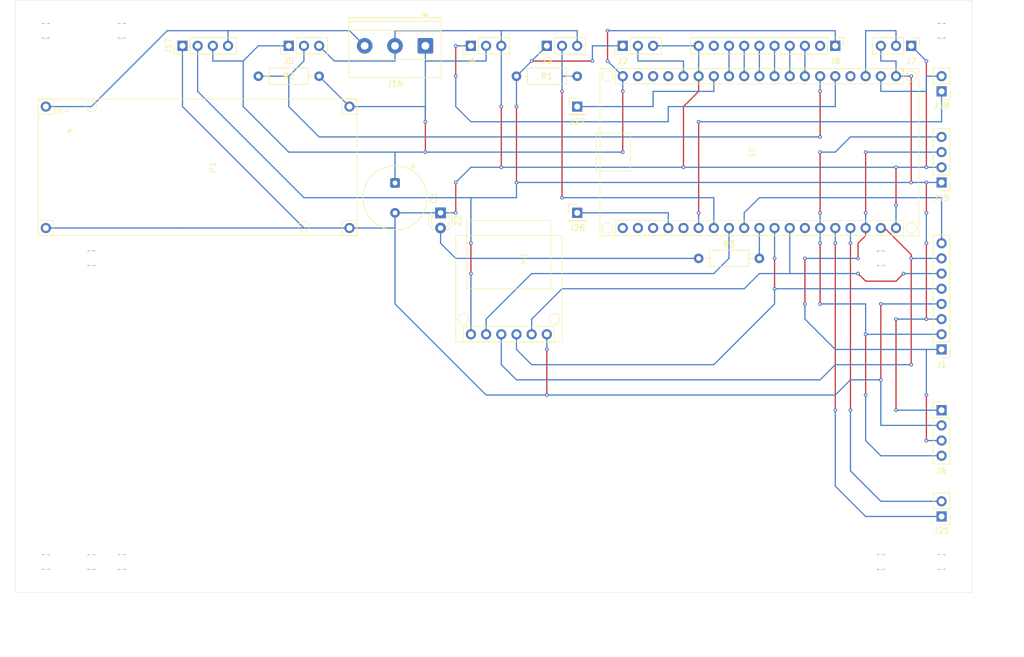
<source format=kicad_pcb>
(kicad_pcb (version 20241229) (generator "pcbnew") (generator_version "9.0")
  (title_block (title "Biodom Mini – Ein Hightech-Gewächshaus") (date "2025-10-17") (rev "1.0.0") (company "Frank Rohlfing"))
  (layers (0 "F.Cu" signal) (2 "B.Cu" signal) (13 "F.Paste" user) (15 "B.Paste" user) (5 "F.SilkS" user "F.Silkscreen") (7 "B.SilkS" user "B.Silkscreen") (1 "F.Mask" user) (3 "B.Mask" user) (25 "Edge.Cuts" user))
  (net 0 "")
  (net 1 "/G0")
  (net 2 "/G1")
  (net 4 "+5V")
  (net 7 "/EN")
  (net 13 "+12V")
  (net 14 "GND")
  (net 15 "/G36")
  (net 17 "/G3")
  (net 18 "/G17")
  (net 19 "/G23")
  (net 20 "/G22")
  (net 21 "/G18")
  (net 22 "/G21")
  (net 23 "/G19")
  (net 24 "/G25")
  (net 25 "/G14")
  (net 26 "/G32")
  (net 27 "/G27")
  (net 28 "/G33")
  (net 29 "/G26")
  (net 30 "/G4")
  (net 31 "/G34")
  (net 32 "/G35")
  (net 33 "/G16")
  (net 34 "/G13")
  (net 35 "/G5")
  (net 36 "/LED+")
  (net 39 "/G15")
  (net 40 "/G12")
  (net 41 "+3V3")
  (footprint "Resistor_THT:R_Axial_DIN0207_L6.3mm_D2.5mm_P10.16mm_Horizontal" (layer "F.Cu") (at 124.46 60.96 180)
    (property "Reference" "R2" (at 5.08 0 180) (layer "F.SilkS"))
    (property "Value" "10kΩ")
    (pad "1" thru_hole circle (at 0 0 180) (size 1.6 1.6) (drill 0.8) (layers "*.Cu" "*.Mask") (net 4 "+5V"))
    (pad "2" thru_hole circle (at 10.16 0 180) (size 1.6 1.6) (drill 0.8) (layers "*.Cu" "*.Mask") (net 32 "/G35"))
  )
  (footprint "" (layer "F.Cu") (at 218.44 142.24 90)
    (property "Reference" "" (at 0 0 90) (layer "F.SilkS") (effects (font (size 1.27 1.27))))
    (property "Value" "")
    (pad "" np_thru_hole roundrect (at 0 0 90) (size 2.54 1.27) (drill 3.2) (layers "*.Cu" "*.Mask") (roundrect_rratio 0.15))
  )
  (footprint "Connector_PinHeader_2.54mm:PinHeader_1x03_P2.54mm_Vertical" (layer "F.Cu") (at 149.86 55.88 90)
    (property "Reference" "J4" (at -2.54 0 0) (layer "F.SilkS"))
    (property "Value" "Bodenfeuchte")
    (pad "1" thru_hole rect (at 0 0 90) (size 1.7 1.7) (drill 1) (layers "*.Cu" "*.Mask") (net 31 "/G34"))
    (pad "2" thru_hole circle (at 0 2.54 90) (size 1.7 1.7) (drill 1) (layers "*.Cu" "*.Mask") (net 4 "+5V"))
    (pad "3" thru_hole circle (at 0 5.08 90) (size 1.7 1.7) (drill 1) (layers "*.Cu" "*.Mask") (net 14 "GND"))
  )
  (footprint "Connector_PinHeader_2.54mm:PinHeader_1x04_P2.54mm_Vertical" (layer "F.Cu") (at 101.6 55.88 90)
    (property "Reference" "J17" (at 0 -2.38 90) (layer "F.SilkS"))
    (property "Value" "PWR")
    (pad "1" thru_hole rect (at 0 0 90) (size 1.7 1.7) (drill 1) (layers "*.Cu" "*.Mask") (net 14 "GND"))
    (pad "2" thru_hole circle (at 0 2.54 90) (size 1.7 1.7) (drill 1) (layers "*.Cu" "*.Mask") (net 41 "+3V3"))
    (pad "3" thru_hole circle (at 0 5.08 90) (size 1.7 1.7) (drill 1) (layers "*.Cu" "*.Mask") (net 4 "+5V"))
    (pad "4" thru_hole circle (at 0 7.62 90) (size 1.7 1.7) (drill 1) (layers "*.Cu" "*.Mask") (net 13 "+12V"))
  )
  (footprint "Connector_PinHeader_2.54mm:PinHeader_1x02_P2.54mm_Vertical" (layer "F.Cu") (at 228.6 134.62 180)
    (property "Reference" "J21" (at 0 -2.38 0) (layer "F.SilkS"))
    (property "Value" "UART")
    (pad "1" thru_hole rect (at 0 0 180) (size 1.7 1.7) (drill 1) (layers "*.Cu" "*.Mask") (net 17 "/G3"))
    (pad "2" thru_hole circle (at 0 2.54 180) (size 1.7 1.7) (drill 1) (layers "*.Cu" "*.Mask") (net 2 "/G1"))
  )
  (footprint "Connector_PinHeader_2.54mm:PinHeader_1x02_P2.54mm_Vertical" (layer "F.Cu") (at 228.6 63.5 180)
    (property "Reference" "J18" (at 0 -2.38 0) (layer "F.SilkS"))
    (property "Value" "RST")
    (pad "1" thru_hole rect (at 0 0 180) (size 1.7 1.7) (drill 1) (layers "*.Cu" "*.Mask") (net 1 "/G0"))
    (pad "2" thru_hole circle (at 0 2.54 180) (size 1.7 1.7) (drill 1) (layers "*.Cu" "*.Mask") (net 7 "/EN"))
  )
  (footprint "Frank:ESP32_DevKitC_V2_Socket" (layer "F.Cu") (at 198.12 73.66 -90)
    (property "Reference" "U1" (at 0 1.27 270) (layer "F.SilkS") (effects (font (thickness 0.1))))
    (property "Value" "ESP32")
    (pad "1" thru_hole circle (at -12.7 -22.86 270) (size 1.7 1.7) (drill 1) (layers "*.Cu" "*.Mask") (net 41 "+3V3"))
    (pad "2" thru_hole circle (at -12.7 -20.32 270) (size 1.7 1.7) (drill 1) (layers "*.Cu" "*.Mask") (net 7 "/EN"))
    (pad "3" thru_hole circle (at -12.7 -17.78 270) (size 1.7 1.7) (drill 1) (layers "*.Cu" "*.Mask") (net 15 "/G36"))
    (pad "4" thru_hole circle (at -12.7 -15.24 270) (size 1.7 1.7) (drill 1) (layers "*.Cu" "*.Mask"))
    (pad "5" thru_hole circle (at -12.7 -12.7 270) (size 1.7 1.7) (drill 1) (layers "*.Cu" "*.Mask") (net 31 "/G34"))
    (pad "6" thru_hole circle (at -12.7 -10.16 270) (size 1.7 1.7) (drill 1) (layers "*.Cu" "*.Mask") (net 32 "/G35"))
    (pad "7" thru_hole circle (at -12.7 -7.62 270) (size 1.7 1.7) (drill 1) (layers "*.Cu" "*.Mask") (net 26 "/G32"))
    (pad "8" thru_hole circle (at -12.7 -5.08 270) (size 1.7 1.7) (drill 1) (layers "*.Cu" "*.Mask") (net 28 "/G33"))
    (pad "9" thru_hole circle (at -12.7 -2.54 270) (size 1.7 1.7) (drill 1) (layers "*.Cu" "*.Mask") (net 24 "/G25"))
    (pad "10" thru_hole circle (at -12.7 0 270) (size 1.7 1.7) (drill 1) (layers "*.Cu" "*.Mask") (net 29 "/G26"))
    (pad "11" thru_hole circle (at -12.7 2.54 270) (size 1.7 1.7) (drill 1) (layers "*.Cu" "*.Mask") (net 27 "/G27"))
    (pad "12" thru_hole circle (at -12.7 5.08 270) (size 1.7 1.7) (drill 1) (layers "*.Cu" "*.Mask") (net 25 "/G14"))
    (pad "13" thru_hole circle (at -12.7 7.62 270) (size 1.7 1.7) (drill 1) (layers "*.Cu" "*.Mask") (net 40 "/G12"))
    (pad "14" thru_hole circle (at -12.7 10.16 270) (size 1.7 1.7) (drill 1) (layers "*.Cu" "*.Mask") (net 14 "GND"))
    (pad "15" thru_hole circle (at -12.7 12.7 270) (size 1.7 1.7) (drill 1) (layers "*.Cu" "*.Mask") (net 34 "/G13"))
    (pad "16" thru_hole circle (at -12.7 15.24 270) (size 1.7 1.7) (drill 1) (layers "*.Cu" "*.Mask"))
    (pad "17" thru_hole circle (at -12.7 17.78 270) (size 1.7 1.7) (drill 1) (layers "*.Cu" "*.Mask"))
    (pad "18" thru_hole circle (at -12.7 20.32 270) (size 1.7 1.7) (drill 1) (layers "*.Cu" "*.Mask"))
    (pad "19" thru_hole circle (at -12.7 22.86 270) (size 1.7 1.7) (drill 1) (layers "*.Cu" "*.Mask") (net 4 "+5V"))
    (pad "20" thru_hole circle (at 12.7 22.86 270) (size 1.7 1.7) (drill 1) (layers "*.Cu" "*.Mask"))
    (pad "21" thru_hole circle (at 12.7 20.32 270) (size 1.7 1.7) (drill 1) (layers "*.Cu" "*.Mask"))
    (pad "22" thru_hole circle (at 12.7 17.78 270) (size 1.7 1.7) (drill 1) (layers "*.Cu" "*.Mask"))
    (pad "23" thru_hole circle (at 12.7 15.24 270) (size 1.7 1.7) (drill 1) (layers "*.Cu" "*.Mask") (net 39 "/G15"))
    (pad "24" thru_hole circle (at 12.7 12.7 270) (size 1.7 1.7) (drill 1) (layers "*.Cu" "*.Mask"))
    (pad "25" thru_hole circle (at 12.7 10.16 270) (size 1.7 1.7) (drill 1) (layers "*.Cu" "*.Mask") (net 1 "/G0"))
    (pad "26" thru_hole circle (at 12.7 7.62 270) (size 1.7 1.7) (drill 1) (layers "*.Cu" "*.Mask") (net 30 "/G4"))
    (pad "27" thru_hole circle (at 12.7 5.08 270) (size 1.7 1.7) (drill 1) (layers "*.Cu" "*.Mask") (net 33 "/G16"))
    (pad "28" thru_hole circle (at 12.7 2.54 270) (size 1.7 1.7) (drill 1) (layers "*.Cu" "*.Mask") (net 18 "/G17"))
    (pad "29" thru_hole circle (at 12.7 0 270) (size 1.7 1.7) (drill 1) (layers "*.Cu" "*.Mask") (net 35 "/G5"))
    (pad "30" thru_hole circle (at 12.7 -2.54 270) (size 1.7 1.7) (drill 1) (layers "*.Cu" "*.Mask") (net 21 "/G18"))
    (pad "31" thru_hole circle (at 12.7 -5.08 270) (size 1.7 1.7) (drill 1) (layers "*.Cu" "*.Mask") (net 23 "/G19"))
    (pad "32" thru_hole circle (at 12.7 -7.62 270) (size 1.7 1.7) (drill 1) (layers "*.Cu" "*.Mask"))
    (pad "33" thru_hole circle (at 12.7 -10.16 270) (size 1.7 1.7) (drill 1) (layers "*.Cu" "*.Mask") (net 22 "/G21"))
    (pad "34" thru_hole circle (at 12.7 -12.7 270) (size 1.7 1.7) (drill 1) (layers "*.Cu" "*.Mask") (net 17 "/G3"))
    (pad "35" thru_hole circle (at 12.7 -15.24 270) (size 1.7 1.7) (drill 1) (layers "*.Cu" "*.Mask") (net 2 "/G1"))
    (pad "36" thru_hole circle (at 12.7 -17.78 270) (size 1.7 1.7) (drill 1) (layers "*.Cu" "*.Mask") (net 20 "/G22"))
    (pad "37" thru_hole circle (at 12.7 -20.32 270) (size 1.7 1.7) (drill 1) (layers "*.Cu" "*.Mask") (net 19 "/G23"))
    (pad "38" thru_hole circle (at 12.7 -22.86 270) (size 1.7 1.7) (drill 1) (layers "*.Cu" "*.Mask") (net 14 "GND"))
  )
  (footprint "Capacitor_THT:CP_Radial_Tantal_D10.5mm_P5.00mm" (layer "F.Cu") (at 137.16 78.82 -90)
    (property "Reference" "C1" (at 2.5 -6.5 90) (layer "F.SilkS"))
    (property "Value" "470µF")
    (pad "1" thru_hole roundrect (at 0 0 270) (size 1.6 1.6) (drill 0.8) (layers "*.Cu" "*.Mask") (roundrect_rratio 0.15625) (net 4 "+5V"))
    (pad "2" thru_hole circle (at 5 0 270) (size 1.6 1.6) (drill 0.8) (layers "*.Cu" "*.Mask") (net 14 "GND"))
  )
  (footprint "" (layer "F.Cu") (at 86.36 142.24 90)
    (property "Reference" "" (at 0 0 90) (layer "F.SilkS") (effects (font (size 1.27 1.27))))
    (property "Value" "")
    (pad "" np_thru_hole roundrect (at 0 0 90) (size 2.54 1.27) (drill 3.2) (layers "*.Cu" "*.Mask") (roundrect_rratio 0.15))
  )
  (footprint "Resistor_THT:R_Axial_DIN0207_L6.3mm_D2.5mm_P10.16mm_Horizontal" (layer "F.Cu") (at 187.96 91.44)
    (property "Reference" "R3" (at 5.08 -2.37 0) (layer "F.SilkS"))
    (property "Value" "330Ω")
    (pad "1" thru_hole circle (at 0 0) (size 1.6 1.6) (drill 0.8) (layers "*.Cu" "*.Mask") (net 36 "/LED+"))
    (pad "2" thru_hole circle (at 10.16 0) (size 1.6 1.6) (drill 0.8) (layers "*.Cu" "*.Mask") (net 35 "/G5"))
  )
  (footprint "" (layer "F.Cu") (at 218.44 91.44 90)
    (property "Reference" "" (at 0 0 90) (layer "F.SilkS") (effects (font (size 1.27 1.27))))
    (property "Value" "")
    (pad "" np_thru_hole roundrect (at 0 0 90) (size 2.54 1.27) (drill 3.2) (layers "*.Cu" "*.Mask") (roundrect_rratio 0.15))
  )
  (footprint "" (layer "F.Cu") (at 91.44 142.24)
    (property "Reference" "" (at 0 0 0) (layer "F.SilkS") (effects (font (size 1.27 1.27))))
    (property "Value" "")
    (pad "" np_thru_hole roundrect (at 0 0 90) (size 2.54 1.27) (drill 3.2) (layers "*.Cu" "*.Mask") (roundrect_rratio 0.15))
  )
  (footprint "Connector_PinHeader_2.54mm:PinHeader_1x01_P2.54mm_Vertical" (layer "F.Cu") (at 167.64 66.04)
    (property "Reference" "J27" (at 0 2.54 0) (layer "F.SilkS"))
    (property "Value" "TDI")
    (pad "1" thru_hole rect (at 0 0) (size 1.7 1.7) (drill 1) (layers "*.Cu" "*.Mask") (net 40 "/G12"))
  )
  (footprint "Connector_PinHeader_2.54mm:PinHeader_1x04_P2.54mm_Vertical" (layer "F.Cu") (at 228.6 116.84)
    (property "Reference" "J6" (at 0 10.16 0) (layer "F.SilkS"))
    (property "Value" "Lichtstärke")
    (pad "1" thru_hole rect (at 0 0) (size 1.7 1.7) (drill 1) (layers "*.Cu" "*.Mask") (net 41 "+3V3"))
    (pad "2" thru_hole circle (at 0 2.54) (size 1.7 1.7) (drill 1) (layers "*.Cu" "*.Mask") (net 14 "GND"))
    (pad "3" thru_hole circle (at 0 5.08) (size 1.7 1.7) (drill 1) (layers "*.Cu" "*.Mask") (net 20 "/G22"))
    (pad "4" thru_hole circle (at 0 7.62) (size 1.7 1.7) (drill 1) (layers "*.Cu" "*.Mask") (net 22 "/G21"))
  )
  (footprint "TerminalBlock_Phoenix:TerminalBlock_Phoenix_MKDS-1,5-3-5.08_1x03_P5.08mm_Horizontal" (layer "F.Cu") (at 142.24 55.88 180)
    (property "Reference" "J16" (at 5.08 -6.32 180) (layer "F.SilkS"))
    (property "Value" "DC")
    (pad "1" thru_hole roundrect (at 0 0 180) (size 2.6 2.6) (drill 1.3) (layers "*.Cu" "*.Mask") (roundrect_rratio 0.096154) (net 4 "+5V"))
    (pad "2" thru_hole circle (at 5.08 0 180) (size 2.6 2.6) (drill 1.3) (layers "*.Cu" "*.Mask") (net 14 "GND"))
    (pad "3" thru_hole circle (at 10.16 0 180) (size 2.6 2.6) (drill 1.3) (layers "*.Cu" "*.Mask") (net 13 "+12V"))
  )
  (footprint "Frank:Mounting_Hole_M3" (layer "F.Cu") (at 78.74 53.34 90)
    (property "Reference" "REF**" (hide yes))
    (property "Value" "Mounting_Hole_M3" (hide yes))
    (pad "" np_thru_hole roundrect (at 0 0 90) (size 2.54 1.27) (drill 3.2) (layers "*.Cu" "*.Mask") (roundrect_rratio 0.15))
  )
  (footprint "Connector_PinHeader_2.54mm:PinHeader_1x08_P2.54mm_Vertical" (layer "F.Cu") (at 228.6 106.68 180)
    (property "Reference" "J1" (at 0 -2.54 0) (layer "F.SilkS"))
    (property "Value" "Kamera")
    (pad "1" thru_hole rect (at 0 0 180) (size 1.7 1.7) (drill 1) (layers "*.Cu" "*.Mask") (net 20 "/G22"))
    (pad "2" thru_hole circle (at 0 2.54 180) (size 1.7 1.7) (drill 1) (layers "*.Cu" "*.Mask") (net 22 "/G21"))
    (pad "3" thru_hole circle (at 0 5.08 180) (size 1.7 1.7) (drill 1) (layers "*.Cu" "*.Mask") (net 41 "+3V3"))
    (pad "4" thru_hole circle (at 0 7.62 180) (size 1.7 1.7) (drill 1) (layers "*.Cu" "*.Mask") (net 14 "GND"))
    (pad "5" thru_hole circle (at 0 10.16 180) (size 1.7 1.7) (drill 1) (layers "*.Cu" "*.Mask") (net 21 "/G18"))
    (pad "6" thru_hole circle (at 0 12.7 180) (size 1.7 1.7) (drill 1) (layers "*.Cu" "*.Mask") (net 23 "/G19"))
    (pad "7" thru_hole circle (at 0 15.24 180) (size 1.7 1.7) (drill 1) (layers "*.Cu" "*.Mask") (net 19 "/G23"))
    (pad "8" thru_hole circle (at 0 17.78 180) (size 1.7 1.7) (drill 1) (layers "*.Cu" "*.Mask") (net 18 "/G17"))
  )
  (footprint "" (layer "F.Cu") (at 228.6 53.34 90)
    (property "Reference" "" (at 0 0 90) (layer "F.SilkS") (effects (font (size 1.27 1.27))))
    (property "Value" "")
    (pad "" np_thru_hole roundrect (at 0 0 90) (size 2.54 1.27) (drill 3.2) (layers "*.Cu" "*.Mask") (roundrect_rratio 0.15))
  )
  (footprint "Connector_PinHeader_2.54mm:PinHeader_1x03_P2.54mm_Vertical" (layer "F.Cu") (at 175.26 55.88 90)
    (property "Reference" "J2" (at -2.54 0 0) (layer "F.SilkS"))
    (property "Value" "Luft")
    (pad "1" thru_hole rect (at 0 0 90) (size 1.7 1.7) (drill 1) (layers "*.Cu" "*.Mask") (net 41 "+3V3"))
    (pad "2" thru_hole circle (at 0 2.54 90) (size 1.7 1.7) (drill 1) (layers "*.Cu" "*.Mask") (net 34 "/G13"))
    (pad "3" thru_hole circle (at 0 5.08 90) (size 1.7 1.7) (drill 1) (layers "*.Cu" "*.Mask") (net 14 "GND"))
  )
  (footprint "LED_THT:LED_D3.0mm" (layer "F.Cu") (at 144.78 83.82 -90)
    (property "Reference" "Z2" (at 1.27 -2.96 90) (layer "F.SilkS"))
    (property "Value" "LED")
    (pad "1" thru_hole rect (at 0 0 270) (size 1.8 1.8) (drill 0.9) (layers "*.Cu" "*.Mask") (net 14 "GND"))
    (pad "2" thru_hole circle (at 2.54 0 270) (size 1.8 1.8) (drill 0.9) (layers "*.Cu" "*.Mask") (net 36 "/LED+"))
  )
  (footprint "Connector_PinHeader_2.54mm:PinHeader_1x01_P2.54mm_Vertical" (layer "F.Cu") (at 167.64 83.82)
    (property "Reference" "J26" (at 0 2.54 0) (layer "F.SilkS"))
    (property "Value" "TDO")
    (pad "1" thru_hole rect (at 0 0) (size 1.7 1.7) (drill 1) (layers "*.Cu" "*.Mask") (net 39 "/G15"))
  )
  (footprint "Frank:Mounting_Hole_M3" (layer "F.Cu") (at 78.74 142.24 90)
    (property "Reference" "REF**" (hide yes))
    (property "Value" "Mounting_Hole_M3" (hide yes))
    (pad "" np_thru_hole roundrect (at 0 0 90) (size 2.54 1.27) (drill 3.2) (layers "*.Cu" "*.Mask") (roundrect_rratio 0.15))
  )
  (footprint "Connector_PinHeader_2.54mm:PinHeader_1x04_P2.54mm_Vertical" (layer "F.Cu") (at 228.6 78.74 180)
    (property "Reference" "J15" (at 0 -2.54 0) (layer "F.SilkS"))
    (property "Value" "Display")
    (pad "1" thru_hole rect (at 0 0 180) (size 1.7 1.7) (drill 1) (layers "*.Cu" "*.Mask") (net 41 "+3V3"))
    (pad "2" thru_hole circle (at 0 2.54 180) (size 1.7 1.7) (drill 1) (layers "*.Cu" "*.Mask") (net 14 "GND"))
    (pad "3" thru_hole circle (at 0 5.08 180) (size 1.7 1.7) (drill 1) (layers "*.Cu" "*.Mask") (net 20 "/G22"))
    (pad "4" thru_hole circle (at 0 7.62 180) (size 1.7 1.7) (drill 1) (layers "*.Cu" "*.Mask") (net 22 "/G21"))
  )
  (footprint "Connector_PinHeader_2.54mm:PinHeader_1x03_P2.54mm_Vertical" (layer "F.Cu") (at 223.52 55.88 -90)
    (property "Reference" "J7" (at 2.54 0 0) (layer "F.SilkS"))
    (property "Value" "Reserve")
    (pad "1" thru_hole rect (at 0 0 270) (size 1.7 1.7) (drill 1) (layers "*.Cu" "*.Mask") (net 14 "GND"))
    (pad "2" thru_hole circle (at 0 2.54 270) (size 1.7 1.7) (drill 1) (layers "*.Cu" "*.Mask") (net 15 "/G36"))
    (pad "3" thru_hole circle (at 0 5.08 270) (size 1.7 1.7) (drill 1) (layers "*.Cu" "*.Mask") (net 41 "+3V3"))
  )
  (footprint "Frank:XL4015_Module_Socket" (layer "F.Cu") (at 105.41 76.2)
    (property "Reference" "P1" (at 1.27 0 90) (layer "F.SilkS") (effects (font (thickness 0.1))))
    (property "Value" "Spannungsteiler")
    (fp_text user "IN+" (at -25.4 -8.89 0) (layer "F.SilkS") (effects (font (thickness 0.1)) (justify left bottom)))
    (pad "1" thru_hole circle (at -26.67 -10.16) (size 1.7 1.7) (drill 1) (layers "*.Cu" "*.Mask") (net 13 "+12V"))
    (pad "2" thru_hole circle (at -26.67 10.16) (size 1.7 1.7) (drill 1) (layers "*.Cu" "*.Mask") (net 14 "GND"))
    (pad "3" thru_hole circle (at 24.13 -10.16) (size 1.7 1.7) (drill 1) (layers "*.Cu" "*.Mask") (net 4 "+5V"))
    (pad "4" thru_hole circle (at 24.13 10.16) (size 1.7 1.7) (drill 1) (layers "*.Cu" "*.Mask") (net 14 "GND"))
  )
  (footprint "Resistor_THT:R_Axial_DIN0207_L6.3mm_D2.5mm_P10.16mm_Horizontal" (layer "F.Cu") (at 157.48 60.96)
    (property "Reference" "R1" (at 5.08 0 0) (layer "F.SilkS"))
    (property "Value" "4,7kΩ")
    (pad "1" thru_hole circle (at 0 0) (size 1.6 1.6) (drill 0.8) (layers "*.Cu" "*.Mask") (net 41 "+3V3"))
    (pad "2" thru_hole circle (at 10.16 0) (size 1.6 1.6) (drill 0.8) (layers "*.Cu" "*.Mask") (net 30 "/G4"))
  )
  (footprint "" (layer "F.Cu") (at 91.44 53.34 90)
    (property "Reference" "" (at 0 0 90) (layer "F.SilkS") (effects (font (size 1.27 1.27))))
    (property "Value" "")
    (pad "" np_thru_hole roundrect (at 0 0 90) (size 2.54 1.27) (drill 3.2) (layers "*.Cu" "*.Mask") (roundrect_rratio 0.15))
  )
  (footprint "Frank:MicroSD_SPI_Modul_Socket" (layer "F.Cu") (at 157.48 96.52 -90)
    (property "Reference" "M1" (at -5.08 -1.27 90) (layer "F.SilkS") (effects (font (thickness 0.1))))
    (property "Value" "SD-Karte")
    (pad "1" thru_hole circle (at 7.62 7.62 270) (size 1.7 1.7) (drill 1) (layers "*.Cu" "*.Mask") (net 41 "+3V3"))
    (pad "2" thru_hole circle (at 7.62 5.08 270) (size 1.7 1.7) (drill 1) (layers "*.Cu" "*.Mask") (net 33 "/G16"))
    (pad "3" thru_hole circle (at 7.62 2.54 270) (size 1.7 1.7) (drill 1) (layers "*.Cu" "*.Mask") (net 19 "/G23"))
    (pad "4" thru_hole circle (at 7.62 0 270) (size 1.7 1.7) (drill 1) (layers "*.Cu" "*.Mask") (net 21 "/G18"))
    (pad "5" thru_hole circle (at 7.62 -2.54 270) (size 1.7 1.7) (drill 1) (layers "*.Cu" "*.Mask") (net 23 "/G19"))
    (pad "6" thru_hole circle (at 7.62 -5.08 270) (size 1.7 1.7) (drill 1) (layers "*.Cu" "*.Mask") (net 14 "GND"))
  )
  (footprint "" (layer "F.Cu") (at 86.36 91.44 90)
    (property "Reference" "" (at 0 0 90) (layer "F.SilkS") (effects (font (size 1.27 1.27))))
    (property "Value" "")
    (pad "" np_thru_hole roundrect (at 0 0 90) (size 2.54 1.27) (drill 3.2) (layers "*.Cu" "*.Mask") (roundrect_rratio 0.15))
  )
  (footprint "Connector_PinHeader_2.54mm:PinHeader_1x03_P2.54mm_Vertical" (layer "F.Cu") (at 162.56 55.88 90)
    (property "Reference" "J3" (at -2.54 0 0) (layer "F.SilkS"))
    (property "Value" "Bodentemperatur")
    (pad "1" thru_hole rect (at 0 0 90) (size 1.7 1.7) (drill 1) (layers "*.Cu" "*.Mask") (net 41 "+3V3"))
    (pad "2" thru_hole circle (at 0 2.54 90) (size 1.7 1.7) (drill 1) (layers "*.Cu" "*.Mask") (net 30 "/G4"))
    (pad "3" thru_hole circle (at 0 5.08 90) (size 1.7 1.7) (drill 1) (layers "*.Cu" "*.Mask") (net 14 "GND"))
  )
  (footprint "Connector_PinHeader_2.54mm:PinHeader_1x03_P2.54mm_Vertical" (layer "F.Cu") (at 119.38 55.88 90)
    (property "Reference" "J5" (at -2.54 0 0) (layer "F.SilkS"))
    (property "Value" "Wasserstand")
    (pad "1" thru_hole rect (at 0 0 90) (size 1.7 1.7) (drill 1) (layers "*.Cu" "*.Mask") (net 4 "+5V"))
    (pad "2" thru_hole circle (at 0 2.54 90) (size 1.7 1.7) (drill 1) (layers "*.Cu" "*.Mask") (net 32 "/G35"))
    (pad "3" thru_hole circle (at 0 5.08 90) (size 1.7 1.7) (drill 1) (layers "*.Cu" "*.Mask") (net 14 "GND"))
  )
  (footprint "" (layer "F.Cu") (at 228.6 142.24 90)
    (property "Reference" "" (hide yes))
    (property "Value" "" (hide yes))
    (pad "" np_thru_hole roundrect (at 0 0 90) (size 2.54 1.27) (drill 3.2) (layers "*.Cu" "*.Mask") (roundrect_rratio 0.15))
  )
  (footprint "Connector_PinHeader_2.54mm:PinHeader_1x10_P2.54mm_Vertical" (layer "F.Cu") (at 210.82 55.88 -90)
    (property "Reference" "J8" (at 2.54 0 0) (layer "F.SilkS"))
    (property "Value" "Relais")
    (pad "1" thru_hole rect (at 0 0 270) (size 1.7 1.7) (drill 1) (layers "*.Cu" "*.Mask") (net 4 "+5V"))
    (pad "2" thru_hole circle (at 0 2.54 270) (size 1.7 1.7) (drill 1) (layers "*.Cu" "*.Mask"))
    (pad "3" thru_hole circle (at 0 5.08 270) (size 1.7 1.7) (drill 1) (layers "*.Cu" "*.Mask") (net 26 "/G32"))
    (pad "4" thru_hole circle (at 0 7.62 270) (size 1.7 1.7) (drill 1) (layers "*.Cu" "*.Mask") (net 28 "/G33"))
    (pad "5" thru_hole circle (at 0 10.16 270) (size 1.7 1.7) (drill 1) (layers "*.Cu" "*.Mask") (net 24 "/G25"))
    (pad "6" thru_hole circle (at 0 12.7 270) (size 1.7 1.7) (drill 1) (layers "*.Cu" "*.Mask") (net 29 "/G26"))
    (pad "7" thru_hole circle (at 0 15.24 270) (size 1.7 1.7) (drill 1) (layers "*.Cu" "*.Mask") (net 27 "/G27"))
    (pad "8" thru_hole circle (at 0 17.78 270) (size 1.7 1.7) (drill 1) (layers "*.Cu" "*.Mask") (net 25 "/G14"))
    (pad "9" thru_hole circle (at 0 20.32 270) (size 1.7 1.7) (drill 1) (layers "*.Cu" "*.Mask"))
    (pad "10" thru_hole circle (at 0 22.86 270) (size 1.7 1.7) (drill 1) (layers "*.Cu" "*.Mask") (net 14 "GND"))
  )
  (gr_rect (start 73.66 48.26) (end 233.68 147.32) (stroke (width 0.05)) (fill no) (layer "Edge.Cuts"))
  (segment (start 187.96 83.82) (end 187.96 68.58) (width 0.2) (layer "F.Cu") (net 1))
  (via (at 187.96 83.82) (size 0.6) (drill 0.3) (layers "F.Cu" "B.Cu") (net 1))
  (via (at 187.96 68.58) (size 0.6) (drill 0.3) (layers "F.Cu" "B.Cu") (net 1))
  (segment (start 228.6 63.5) (end 228.6 68.58) (width 0.2) (layer "B.Cu") (net 1))
  (segment (start 228.6 68.58) (end 187.96 68.58) (width 0.2) (layer "B.Cu") (net 1))
  (segment (start 187.96 83.82) (end 187.96 86.36) (width 0.2) (layer "B.Cu") (net 1))
  (segment (start 213.36 88.9) (end 213.36 116.84) (width 0.2) (layer "F.Cu") (net 2))
  (via (at 213.36 116.84) (size 0.6) (drill 0.3) (layers "F.Cu" "B.Cu") (net 2))
  (via (at 213.36 88.9) (size 0.6) (drill 0.3) (layers "F.Cu" "B.Cu") (net 2))
  (segment (start 213.36 127) (end 213.36 116.84) (width 0.2) (layer "B.Cu") (net 2))
  (segment (start 218.44 132.08) (end 213.36 127) (width 0.2) (layer "B.Cu") (net 2))
  (segment (start 228.6 132.08) (end 218.44 132.08) (width 0.2) (layer "B.Cu") (net 2))
  (segment (start 213.36 88.9) (end 213.36 86.36) (width 0.2) (layer "B.Cu") (net 2))
  (segment (start 175.26 73.66) (end 175.26 63.5) (width 0.2) (layer "F.Cu") (net 4))
  (segment (start 142.24 68.58) (end 142.24 73.66) (width 0.2) (layer "F.Cu") (net 4))
  (segment (start 172.72 53.34) (end 172.72 58.42) (width 0.2) (layer "F.Cu") (net 4))
  (via (at 142.24 73.66) (size 0.6) (drill 0.3) (layers "F.Cu" "B.Cu") (net 4))
  (via (at 172.72 53.34) (size 0.6) (drill 0.3) (layers "F.Cu" "B.Cu") (net 4))
  (via (at 175.26 63.5) (size 0.6) (drill 0.3) (layers "F.Cu" "B.Cu") (net 4))
  (via (at 175.26 73.66) (size 0.6) (drill 0.3) (layers "F.Cu" "B.Cu") (net 4))
  (via (at 172.72 58.42) (size 0.6) (drill 0.3) (layers "F.Cu" "B.Cu") (net 4))
  (via (at 142.24 68.58) (size 0.6) (drill 0.3) (layers "F.Cu" "B.Cu") (net 4))
  (segment (start 142.24 73.66) (end 175.26 73.66) (width 0.2) (layer "B.Cu") (net 4))
  (segment (start 172.72 53.34) (end 210.82 53.34) (width 0.2) (layer "B.Cu") (net 4))
  (segment (start 175.26 60.96) (end 172.72 58.42) (width 0.2) (layer "B.Cu") (net 4))
  (segment (start 152.4 58.42) (end 142.24 58.42) (width 0.2) (layer "B.Cu") (net 4))
  (segment (start 142.24 68.58) (end 142.24 66.04) (width 0.2) (layer "B.Cu") (net 4))
  (segment (start 152.4 55.88) (end 152.4 58.42) (width 0.2) (layer "B.Cu") (net 4))
  (segment (start 119.38 73.66) (end 111.76 66.04) (width 0.2) (layer "B.Cu") (net 4))
  (segment (start 142.24 58.42) (end 142.24 55.88) (width 0.2) (layer "B.Cu") (net 4))
  (segment (start 111.76 58.42) (end 114.3 55.88) (width 0.2) (layer "B.Cu") (net 4))
  (segment (start 124.46 60.96) (end 129.54 66.04) (width 0.2) (layer "B.Cu") (net 4))
  (segment (start 111.76 66.04) (end 111.76 58.42) (width 0.2) (layer "B.Cu") (net 4))
  (segment (start 142.24 68.58) (end 142.24 58.42) (width 0.2) (layer "B.Cu") (net 4))
  (segment (start 210.82 53.34) (end 210.82 55.88) (width 0.2) (layer "B.Cu") (net 4))
  (segment (start 142.24 73.66) (end 119.38 73.66) (width 0.2) (layer "B.Cu") (net 4))
  (segment (start 137.16 78.82) (end 137.16 73.66) (width 0.2) (layer "B.Cu") (net 4))
  (segment (start 106.68 55.88) (end 106.68 58.42) (width 0.2) (layer "B.Cu") (net 4))
  (segment (start 142.24 66.04) (end 129.54 66.04) (width 0.2) (layer "B.Cu") (net 4))
  (segment (start 114.3 55.88) (end 119.38 55.88) (width 0.2) (layer "B.Cu") (net 4))
  (segment (start 175.26 60.96) (end 175.26 63.5) (width 0.2) (layer "B.Cu") (net 4))
  (segment (start 106.68 58.42) (end 111.76 58.42) (width 0.2) (layer "B.Cu") (net 4))
  (segment (start 218.44 60.96) (end 218.44 63.5) (width 0.2) (layer "B.Cu") (net 7))
  (segment (start 218.44 63.5) (end 226.06 63.5) (width 0.2) (layer "B.Cu") (net 7))
  (segment (start 228.6 60.96) (end 226.06 60.96) (width 0.2) (layer "B.Cu") (net 7))
  (segment (start 226.06 60.96) (end 226.06 63.5) (width 0.2) (layer "B.Cu") (net 7))
  (segment (start 109.22 55.88) (end 109.22 53.34) (width 0.2) (layer "B.Cu") (net 13))
  (segment (start 99.06 53.34) (end 86.36 66.04) (width 0.2) (layer "B.Cu") (net 13))
  (segment (start 109.22 53.34) (end 99.06 53.34) (width 0.2) (layer "B.Cu") (net 13))
  (segment (start 132.08 55.88) (end 129.54 53.34) (width 0.2) (layer "B.Cu") (net 13))
  (segment (start 129.54 53.34) (end 109.22 53.34) (width 0.2) (layer "B.Cu") (net 13))
  (segment (start 86.36 66.04) (end 78.74 66.04) (width 0.2) (layer "B.Cu") (net 13))
  (segment (start 218.44 99.06) (end 218.44 111.76) (width 0.2) (layer "F.Cu") (net 14))
  (segment (start 154.94 66.04) (end 154.94 76.2) (width 0.2) (layer "F.Cu") (net 14))
  (segment (start 220.98 82.55) (end 220.98 76.2) (width 0.2) (layer "F.Cu") (net 14))
  (segment (start 162.56 114.3) (end 162.56 106.68) (width 0.2) (layer "F.Cu") (net 14))
  (segment (start 185.42 66.04) (end 187.96 63.5) (width 0.2) (layer "F.Cu") (net 14))
  (segment (start 147.32 78.74) (end 147.32 83.82) (width 0.2) (layer "F.Cu") (net 14))
  (segment (start 226.06 58.42) (end 226.06 76.2) (width 0.2) (layer "F.Cu") (net 14))
  (segment (start 185.42 76.2) (end 185.42 66.04) (width 0.2) (layer "F.Cu") (net 14))
  (segment (start 187.96 63.5) (end 187.96 60.96) (width 0.2) (layer "F.Cu") (net 14))
  (via (at 218.44 99.06) (size 0.6) (drill 0.3) (layers "F.Cu" "B.Cu") (net 14))
  (via (at 154.94 76.2) (size 0.6) (drill 0.3) (layers "F.Cu" "B.Cu") (net 14))
  (via (at 162.56 114.3) (size 0.6) (drill 0.3) (layers "F.Cu" "B.Cu") (net 14))
  (via (at 226.06 58.42) (size 0.6) (drill 0.3) (layers "F.Cu" "B.Cu") (net 14))
  (via (at 154.94 66.04) (size 0.6) (drill 0.3) (layers "F.Cu" "B.Cu") (net 14))
  (via (at 162.56 106.68) (size 0.6) (drill 0.3) (layers "F.Cu" "B.Cu") (net 14))
  (via (at 147.32 78.74) (size 0.6) (drill 0.3) (layers "F.Cu" "B.Cu") (net 14))
  (via (at 147.32 83.82) (size 0.6) (drill 0.3) (layers "F.Cu" "B.Cu") (net 14))
  (via (at 218.44 111.76) (size 0.6) (drill 0.3) (layers "F.Cu" "B.Cu") (net 14))
  (via (at 220.98 76.2) (size 0.6) (drill 0.3) (layers "F.Cu" "B.Cu") (net 14))
  (via (at 220.98 82.55) (size 0.6) (drill 0.3) (layers "F.Cu" "B.Cu") (net 14))
  (via (at 185.42 76.2) (size 0.6) (drill 0.3) (layers "F.Cu" "B.Cu") (net 14))
  (via (at 226.06 76.2) (size 0.6) (drill 0.3) (layers "F.Cu" "B.Cu") (net 14))
  (segment (start 218.44 99.06) (end 228.6 99.06) (width 0.2) (layer "B.Cu") (net 14))
  (segment (start 162.56 106.68) (end 162.56 104.14) (width 0.2) (layer "B.Cu") (net 14))
  (segment (start 220.98 86.36) (end 220.98 82.55) (width 0.2) (layer "B.Cu") (net 14))
  (segment (start 101.6 55.88) (end 101.6 66.04) (width 0.2) (layer "B.Cu") (net 14))
  (segment (start 137.16 58.42) (end 137.16 55.88) (width 0.2) (layer "B.Cu") (net 14))
  (segment (start 167.64 53.34) (end 167.64 55.88) (width 0.2) (layer "B.Cu") (net 14))
  (segment (start 137.16 55.88) (end 137.16 53.34) (width 0.2) (layer "B.Cu") (net 14))
  (segment (start 180.34 55.88) (end 187.96 55.88) (width 0.2) (layer "B.Cu") (net 14))
  (segment (start 137.16 99.06) (end 137.16 96.52) (width 0.2) (layer "B.Cu") (net 14))
  (segment (start 154.94 55.88) (end 154.94 66.04) (width 0.2) (layer "B.Cu") (net 14))
  (segment (start 162.56 114.3) (end 152.4 114.3) (width 0.2) (layer "B.Cu") (net 14))
  (segment (start 101.6 66.04) (end 121.92 86.36) (width 0.2) (layer "B.Cu") (net 14))
  (segment (start 129.54 86.36) (end 137.16 86.36) (width 0.2) (layer "B.Cu") (net 14))
  (segment (start 162.56 114.3) (end 210.82 114.3) (width 0.2) (layer "B.Cu") (net 14))
  (segment (start 187.96 55.88) (end 187.96 60.96) (width 0.2) (layer "B.Cu") (net 14))
  (segment (start 226.06 76.2) (end 228.6 76.2) (width 0.2) (layer "B.Cu") (net 14))
  (segment (start 137.16 83.82) (end 137.16 86.36) (width 0.2) (layer "B.Cu") (net 14))
  (segment (start 127 58.42) (end 137.16 58.42) (width 0.2) (layer "B.Cu") (net 14))
  (segment (start 154.94 55.88) (end 154.94 53.34) (width 0.2) (layer "B.Cu") (net 14))
  (segment (start 154.94 53.34) (end 167.64 53.34) (width 0.2) (layer "B.Cu") (net 14))
  (segment (start 137.16 53.34) (end 149.86 53.34) (width 0.2) (layer "B.Cu") (net 14))
  (segment (start 218.44 119.38) (end 218.44 111.76) (width 0.2) (layer "B.Cu") (net 14))
  (segment (start 210.82 114.3) (end 213.36 111.76) (width 0.2) (layer "B.Cu") (net 14))
  (segment (start 152.4 114.3) (end 137.16 99.06) (width 0.2) (layer "B.Cu") (net 14))
  (segment (start 101.6 86.36) (end 129.54 86.36) (width 0.2) (layer "B.Cu") (net 14))
  (segment (start 228.6 119.38) (end 218.44 119.38) (width 0.2) (layer "B.Cu") (net 14))
  (segment (start 149.86 76.2) (end 154.94 76.2) (width 0.2) (layer "B.Cu") (net 14))
  (segment (start 226.06 58.42) (end 223.52 55.88) (width 0.2) (layer "B.Cu") (net 14))
  (segment (start 144.78 83.82) (end 147.32 83.82) (width 0.2) (layer "B.Cu") (net 14))
  (segment (start 78.74 86.36) (end 101.6 86.36) (width 0.2) (layer "B.Cu") (net 14))
  (segment (start 124.46 55.88) (end 127 58.42) (width 0.2) (layer "B.Cu") (net 14))
  (segment (start 147.32 78.74) (end 149.86 76.2) (width 0.2) (layer "B.Cu") (net 14))
  (segment (start 213.36 111.76) (end 218.44 111.76) (width 0.2) (layer "B.Cu") (net 14))
  (segment (start 154.94 76.2) (end 220.98 76.2) (width 0.2) (layer "B.Cu") (net 14))
  (segment (start 137.16 96.52) (end 137.16 86.36) (width 0.2) (layer "B.Cu") (net 14))
  (segment (start 144.78 83.82) (end 137.16 83.82) (width 0.2) (layer "B.Cu") (net 14))
  (segment (start 149.86 53.34) (end 154.94 53.34) (width 0.2) (layer "B.Cu") (net 14))
  (segment (start 226.06 76.2) (end 220.98 76.2) (width 0.2) (layer "B.Cu") (net 14))
  (segment (start 220.98 55.88) (end 220.98 53.34) (width 0.2) (layer "B.Cu") (net 15))
  (segment (start 215.9 60.96) (end 215.9 53.34) (width 0.2) (layer "B.Cu") (net 15))
  (segment (start 220.98 53.34) (end 215.9 53.34) (width 0.2) (layer "B.Cu") (net 15))
  (segment (start 210.82 88.9) (end 210.82 116.84) (width 0.2) (layer "F.Cu") (net 17))
  (via (at 210.82 88.9) (size 0.6) (drill 0.3) (layers "F.Cu" "B.Cu") (net 17))
  (via (at 210.82 116.84) (size 0.6) (drill 0.3) (layers "F.Cu" "B.Cu") (net 17))
  (segment (start 215.9 134.62) (end 228.6 134.62) (width 0.2) (layer "B.Cu") (net 17))
  (segment (start 210.82 86.36) (end 210.82 88.9) (width 0.2) (layer "B.Cu") (net 17))
  (segment (start 215.9 134.62) (end 210.82 129.54) (width 0.2) (layer "B.Cu") (net 17))
  (segment (start 210.82 129.54) (end 210.82 116.84) (width 0.2) (layer "B.Cu") (net 17))
  (segment (start 228.6 88.9) (end 228.6 81.28) (width 0.2) (layer "B.Cu") (net 18))
  (segment (start 195.58 83.82) (end 195.58 86.36) (width 0.2) (layer "B.Cu") (net 18))
  (segment (start 228.6 81.28) (end 198.12 81.28) (width 0.2) (layer "B.Cu") (net 18))
  (segment (start 198.12 81.28) (end 195.58 83.82) (width 0.2) (layer "B.Cu") (net 18))
  (segment (start 223.52 90.805) (end 223.52 91.44) (width 0.2) (layer "F.Cu") (net 19))
  (segment (start 218.44 86.36) (end 219.075 86.36) (width 0.2) (layer "F.Cu") (net 19))
  (segment (start 219.075 86.36) (end 223.52 90.805) (width 0.2) (layer "F.Cu") (net 19))
  (segment (start 223.52 109.22) (end 223.52 91.44) (width 0.2) (layer "F.Cu") (net 19))
  (via (at 223.52 91.44) (size 0.6) (drill 0.3) (layers "F.Cu" "B.Cu") (net 19))
  (via (at 223.52 109.22) (size 0.6) (drill 0.3) (layers "F.Cu" "B.Cu") (net 19))
  (segment (start 154.94 109.22) (end 154.94 104.14) (width 0.2) (layer "B.Cu") (net 19))
  (segment (start 223.52 109.22) (end 210.82 109.22) (width 0.2) (layer "B.Cu") (net 19))
  (segment (start 157.48 111.76) (end 154.94 109.22) (width 0.2) (layer "B.Cu") (net 19))
  (segment (start 223.52 91.44) (end 228.6 91.44) (width 0.2) (layer "B.Cu") (net 19))
  (segment (start 208.28 111.76) (end 157.48 111.76) (width 0.2) (layer "B.Cu") (net 19))
  (segment (start 210.82 109.22) (end 208.28 111.76) (width 0.2) (layer "B.Cu") (net 19))
  (segment (start 214.63 88.9) (end 215.9 87.63) (width 0.2) (layer "F.Cu") (net 20))
  (segment (start 215.9 87.63) (end 215.9 86.36) (width 0.2) (layer "F.Cu") (net 20))
  (segment (start 215.9 83.82) (end 215.9 73.66) (width 0.2) (layer "F.Cu") (net 20))
  (segment (start 226.06 114.3) (end 226.06 121.92) (width 0.2) (layer "F.Cu") (net 20))
  (segment (start 205.74 99.06) (end 205.74 91.44) (width 0.2) (layer "F.Cu") (net 20))
  (segment (start 214.63 91.44) (end 214.63 88.9) (width 0.2) (layer "F.Cu") (net 20))
  (via (at 226.06 114.3) (size 0.6) (drill 0.3) (layers "F.Cu" "B.Cu") (net 20))
  (via (at 214.63 91.44) (size 0.6) (drill 0.3) (layers "F.Cu" "B.Cu") (net 20))
  (via (at 205.74 99.06) (size 0.6) (drill 0.3) (layers "F.Cu" "B.Cu") (net 20))
  (via (at 215.9 73.66) (size 0.6) (drill 0.3) (layers "F.Cu" "B.Cu") (net 20))
  (via (at 205.74 91.44) (size 0.6) (drill 0.3) (layers "F.Cu" "B.Cu") (net 20))
  (via (at 226.06 121.92) (size 0.6) (drill 0.3) (layers "F.Cu" "B.Cu") (net 20))
  (via (at 215.9 83.82) (size 0.6) (drill 0.3) (layers "F.Cu" "B.Cu") (net 20))
  (segment (start 215.9 86.36) (end 215.9 83.82) (width 0.2) (layer "B.Cu") (net 20))
  (segment (start 228.6 121.92) (end 226.06 121.92) (width 0.2) (layer "B.Cu") (net 20))
  (segment (start 205.74 91.44) (end 214.63 91.44) (width 0.2) (layer "B.Cu") (net 20))
  (segment (start 210.82 106.68) (end 226.06 106.68) (width 0.2) (layer "B.Cu") (net 20))
  (segment (start 205.74 99.06) (end 205.74 101.6) (width 0.2) (layer "B.Cu") (net 20))
  (segment (start 205.74 101.6) (end 210.82 106.68) (width 0.2) (layer "B.Cu") (net 20))
  (segment (start 215.9 73.66) (end 228.6 73.66) (width 0.2) (layer "B.Cu") (net 20))
  (segment (start 226.06 106.68) (end 228.6 106.68) (width 0.2) (layer "B.Cu") (net 20))
  (segment (start 226.06 114.3) (end 226.06 106.68) (width 0.2) (layer "B.Cu") (net 20))
  (segment (start 200.66 96.52) (end 200.66 91.44) (width 0.2) (layer "F.Cu") (net 21))
  (via (at 200.66 96.52) (size 0.6) (drill 0.3) (layers "F.Cu" "B.Cu") (net 21))
  (via (at 200.66 91.44) (size 0.6) (drill 0.3) (layers "F.Cu" "B.Cu") (net 21))
  (segment (start 157.48 104.14) (end 157.48 106.68) (width 0.2) (layer "B.Cu") (net 21))
  (segment (start 200.66 99.06) (end 200.66 96.52) (width 0.2) (layer "B.Cu") (net 21))
  (segment (start 228.6 96.52) (end 200.66 96.52) (width 0.2) (layer "B.Cu") (net 21))
  (segment (start 200.66 91.44) (end 200.66 86.36) (width 0.2) (layer "B.Cu") (net 21))
  (segment (start 190.5 109.22) (end 200.66 99.06) (width 0.2) (layer "B.Cu") (net 21))
  (segment (start 160.02 109.22) (end 190.5 109.22) (width 0.2) (layer "B.Cu") (net 21))
  (segment (start 200.66 96.52) (end 200.66 96.23857) (width 0.2) (layer "B.Cu") (net 21))
  (segment (start 157.48 106.68) (end 160.02 109.22) (width 0.2) (layer "B.Cu") (net 21))
  (segment (start 215.9 114.3) (end 215.9 104.14) (width 0.2) (layer "F.Cu") (net 22))
  (segment (start 208.28 83.82) (end 208.28 73.66) (width 0.2) (layer "F.Cu") (net 22))
  (segment (start 208.28 88.9) (end 208.28 99.06) (width 0.2) (layer "F.Cu") (net 22))
  (via (at 208.28 83.82) (size 0.6) (drill 0.3) (layers "F.Cu" "B.Cu") (net 22))
  (via (at 215.9 104.14) (size 0.6) (drill 0.3) (layers "F.Cu" "B.Cu") (net 22))
  (via (at 208.28 88.9) (size 0.6) (drill 0.3) (layers "F.Cu" "B.Cu") (net 22))
  (via (at 208.28 99.06) (size 0.6) (drill 0.3) (layers "F.Cu" "B.Cu") (net 22))
  (via (at 208.28 73.66) (size 0.6) (drill 0.3) (layers "F.Cu" "B.Cu") (net 22))
  (via (at 215.9 114.3) (size 0.6) (drill 0.3) (layers "F.Cu" "B.Cu") (net 22))
  (segment (start 215.9 99.06) (end 215.9 104.14) (width 0.2) (layer "B.Cu") (net 22))
  (segment (start 215.9 114.3) (end 215.9 121.92) (width 0.2) (layer "B.Cu") (net 22))
  (segment (start 208.28 99.06) (end 215.9 99.06) (width 0.2) (layer "B.Cu") (net 22))
  (segment (start 210.82 73.66) (end 213.36 71.12) (width 0.2) (layer "B.Cu") (net 22))
  (segment (start 218.44 124.46) (end 228.6 124.46) (width 0.2) (layer "B.Cu") (net 22))
  (segment (start 208.28 73.66) (end 210.82 73.66) (width 0.2) (layer "B.Cu") (net 22))
  (segment (start 213.36 71.12) (end 228.6 71.12) (width 0.2) (layer "B.Cu") (net 22))
  (segment (start 208.28 86.36) (end 208.28 88.9) (width 0.2) (layer "B.Cu") (net 22))
  (segment (start 215.9 121.92) (end 218.44 124.46) (width 0.2) (layer "B.Cu") (net 22))
  (segment (start 208.28 86.36) (end 208.28 83.82) (width 0.2) (layer "B.Cu") (net 22))
  (segment (start 215.9 104.14) (end 228.6 104.14) (width 0.2) (layer "B.Cu") (net 22))
  (segment (start 214.63 93.98) (end 215.9 95.25) (width 0.2) (layer "F.Cu") (net 23))
  (segment (start 215.9 95.25) (end 220.98 95.25) (width 0.2) (layer "F.Cu") (net 23))
  (segment (start 220.98 95.25) (end 222.25 93.98) (width 0.2) (layer "F.Cu") (net 23))
  (via (at 222.25 93.98) (size 0.6) (drill 0.3) (layers "F.Cu" "B.Cu") (net 23))
  (via (at 214.63 93.98) (size 0.6) (drill 0.3) (layers "F.Cu" "B.Cu") (net 23))
  (segment (start 195.58 96.52) (end 198.12 93.98) (width 0.2) (layer "B.Cu") (net 23))
  (segment (start 222.25 93.98) (end 228.6 93.98) (width 0.2) (layer "B.Cu") (net 23))
  (segment (start 160.02 104.14) (end 160.02 101.6) (width 0.2) (layer "B.Cu") (net 23))
  (segment (start 203.2 93.98) (end 214.63 93.98) (width 0.2) (layer "B.Cu") (net 23))
  (segment (start 165.1 96.52) (end 195.58 96.52) (width 0.2) (layer "B.Cu") (net 23))
  (segment (start 198.12 93.98) (end 203.2 93.98) (width 0.2) (layer "B.Cu") (net 23))
  (segment (start 203.2 93.98) (end 203.2 86.36) (width 0.2) (layer "B.Cu") (net 23))
  (segment (start 160.02 101.6) (end 165.1 96.52) (width 0.2) (layer "B.Cu") (net 23))
  (segment (start 200.66 55.88) (end 200.66 60.96) (width 0.2) (layer "B.Cu") (net 24))
  (segment (start 193.04 55.88) (end 193.04 60.96) (width 0.2) (layer "B.Cu") (net 25))
  (segment (start 205.74 55.88) (end 205.74 60.96) (width 0.2) (layer "B.Cu") (net 26))
  (segment (start 195.58 55.88) (end 195.58 60.96) (width 0.2) (layer "B.Cu") (net 27))
  (segment (start 203.2 55.88) (end 203.2 60.96) (width 0.2) (layer "B.Cu") (net 28))
  (segment (start 198.12 55.88) (end 198.12 60.96) (width 0.2) (layer "B.Cu") (net 29))
  (segment (start 165.1 63.5) (end 165.1 81.28) (width 0.2) (layer "F.Cu") (net 30))
  (via (at 165.1 63.5) (size 0.6) (drill 0.3) (layers "F.Cu" "B.Cu") (net 30))
  (via (at 165.1 81.28) (size 0.6) (drill 0.3) (layers "F.Cu" "B.Cu") (net 30))
  (segment (start 190.5 81.28) (end 190.5 86.36) (width 0.2) (layer "B.Cu") (net 30))
  (segment (start 165.1 60.96) (end 167.64 60.96) (width 0.2) (layer "B.Cu") (net 30))
  (segment (start 165.1 55.88) (end 165.1 58.42) (width 0.2) (layer "B.Cu") (net 30))
  (segment (start 165.1 81.28) (end 190.5 81.28) (width 0.2) (layer "B.Cu") (net 30))
  (segment (start 165.1 58.42) (end 165.1 63.5) (width 0.2) (layer "B.Cu") (net 30))
  (segment (start 147.32 55.88) (end 147.32 60.96) (width 0.2) (layer "F.Cu") (net 31))
  (via (at 147.32 55.88) (size 0.6) (drill 0.3) (layers "F.Cu" "B.Cu") (net 31))
  (via (at 147.32 60.96) (size 0.6) (drill 0.3) (layers "F.Cu" "B.Cu") (net 31))
  (segment (start 210.82 66.04) (end 210.82 60.96) (width 0.2) (layer "B.Cu") (net 31))
  (segment (start 182.88 66.04) (end 210.82 66.04) (width 0.2) (layer "B.Cu") (net 31))
  (segment (start 149.86 55.88) (end 147.32 55.88) (width 0.2) (layer "B.Cu") (net 31))
  (segment (start 149.86 68.58) (end 182.88 68.58) (width 0.2) (layer "B.Cu") (net 31))
  (segment (start 147.32 66.04) (end 149.86 68.58) (width 0.2) (layer "B.Cu") (net 31))
  (segment (start 182.88 68.58) (end 182.88 66.04) (width 0.2) (layer "B.Cu") (net 31))
  (segment (start 147.32 60.96) (end 147.32 66.04) (width 0.2) (layer "B.Cu") (net 31))
  (segment (start 208.28 71.12) (end 208.28 63.5) (width 0.2) (layer "F.Cu") (net 32))
  (via (at 208.28 63.5) (size 0.6) (drill 0.3) (layers "F.Cu" "B.Cu") (net 32))
  (via (at 208.28 71.12) (size 0.6) (drill 0.3) (layers "F.Cu" "B.Cu") (net 32))
  (segment (start 121.92 58.42) (end 121.92 55.88) (width 0.2) (layer "B.Cu") (net 32))
  (segment (start 124.46 71.12) (end 119.38 66.04) (width 0.2) (layer "B.Cu") (net 32))
  (segment (start 208.28 63.5) (end 208.28 60.96) (width 0.2) (layer "B.Cu") (net 32))
  (segment (start 119.38 66.04) (end 119.38 60.96) (width 0.2) (layer "B.Cu") (net 32))
  (segment (start 208.28 71.12) (end 124.46 71.12) (width 0.2) (layer "B.Cu") (net 32))
  (segment (start 114.3 60.96) (end 119.38 60.96) (width 0.2) (layer "B.Cu") (net 32))
  (segment (start 119.38 60.96) (end 121.92 58.42) (width 0.2) (layer "B.Cu") (net 32))
  (segment (start 190.5 93.98) (end 193.04 91.44) (width 0.2) (layer "B.Cu") (net 33))
  (segment (start 160.02 93.98) (end 190.5 93.98) (width 0.2) (layer "B.Cu") (net 33))
  (segment (start 193.04 91.44) (end 193.04 86.36) (width 0.2) (layer "B.Cu") (net 33))
  (segment (start 152.4 101.6) (end 160.02 93.98) (width 0.2) (layer "B.Cu") (net 33))
  (segment (start 152.4 104.14) (end 152.4 101.6) (width 0.2) (layer "B.Cu") (net 33))
  (segment (start 177.8 58.42) (end 185.42 58.42) (width 0.2) (layer "B.Cu") (net 34))
  (segment (start 185.42 58.42) (end 185.42 60.96) (width 0.2) (layer "B.Cu") (net 34))
  (segment (start 177.8 58.42) (end 177.8 56.281) (width 0.2) (layer "B.Cu") (net 34))
  (segment (start 198.12 91.44) (end 198.12 86.36) (width 0.2) (layer "B.Cu") (net 35))
  (segment (start 147.32 91.44) (end 144.78 88.9) (width 0.2) (layer "B.Cu") (net 36))
  (segment (start 144.78 88.9) (end 144.78 86.36) (width 0.2) (layer "B.Cu") (net 36))
  (segment (start 187.96 91.44) (end 147.32 91.44) (width 0.2) (layer "B.Cu") (net 36))
  (segment (start 167.64 83.82) (end 182.88 83.82) (width 0.2) (layer "B.Cu") (net 39))
  (segment (start 182.88 83.82) (end 182.88 86.36) (width 0.2) (layer "B.Cu") (net 39))
  (segment (start 180.34 66.04) (end 180.34 63.5) (width 0.2) (layer "B.Cu") (net 40))
  (segment (start 190.5 63.5) (end 190.5 60.96) (width 0.2) (layer "B.Cu") (net 40))
  (segment (start 167.64 66.04) (end 180.34 66.04) (width 0.2) (layer "B.Cu") (net 40))
  (segment (start 180.34 63.5) (end 190.5 63.5) (width 0.2) (layer "B.Cu") (net 40))
  (segment (start 226.06 78.74) (end 226.06 83.82) (width 0.2) (layer "F.Cu") (net 41))
  (segment (start 223.52 78.74) (end 223.52 60.96) (width 0.2) (layer "F.Cu") (net 41))
  (segment (start 170.18 58.42) (end 160.02 58.42) (width 0.2) (layer "F.Cu") (net 41))
  (segment (start 157.48 78.74) (end 157.48 66.04) (width 0.2) (layer "F.Cu") (net 41))
  (segment (start 149.86 93.98) (end 149.86 88.9) (width 0.2) (layer "F.Cu") (net 41))
  (segment (start 226.06 101.6) (end 226.06 88.9) (width 0.2) (layer "F.Cu") (net 41))
  (segment (start 220.98 116.84) (end 220.98 101.6) (width 0.2) (layer "F.Cu") (net 41))
  (via (at 220.98 101.6) (size 0.6) (drill 0.3) (layers "F.Cu" "B.Cu") (net 41))
  (via (at 160.02 58.42) (size 0.6) (drill 0.3) (layers "F.Cu" "B.Cu") (net 41))
  (via (at 149.86 93.98) (size 0.6) (drill 0.3) (layers "F.Cu" "B.Cu") (net 41))
  (via (at 157.48 66.04) (size 0.6) (drill 0.3) (layers "F.Cu" "B.Cu") (net 41))
  (via (at 223.52 78.74) (size 0.6) (drill 0.3) (layers "F.Cu" "B.Cu") (net 41))
  (via (at 226.06 78.74) (size 0.6) (drill 0.3) (layers "F.Cu" "B.Cu") (net 41))
  (via (at 157.48 78.74) (size 0.6) (drill 0.3) (layers "F.Cu" "B.Cu") (net 41))
  (via (at 226.06 88.9) (size 0.6) (drill 0.3) (layers "F.Cu" "B.Cu") (net 41))
  (via (at 223.52 60.96) (size 0.6) (drill 0.3) (layers "F.Cu" "B.Cu") (net 41))
  (via (at 226.06 83.82) (size 0.6) (drill 0.3) (layers "F.Cu" "B.Cu") (net 41))
  (via (at 170.18 58.42) (size 0.6) (drill 0.3) (layers "F.Cu" "B.Cu") (net 41))
  (via (at 220.98 116.84) (size 0.6) (drill 0.3) (layers "F.Cu" "B.Cu") (net 41))
  (via (at 226.06 101.6) (size 0.6) (drill 0.3) (layers "F.Cu" "B.Cu") (net 41))
  (via (at 149.86 88.9) (size 0.6) (drill 0.3) (layers "F.Cu" "B.Cu") (net 41))
  (segment (start 220.98 60.96) (end 220.98 58.42) (width 0.2) (layer "B.Cu") (net 41))
  (segment (start 104.14 63.5) (end 121.92 81.28) (width 0.2) (layer "B.Cu") (net 41))
  (segment (start 226.06 78.74) (end 228.6 78.74) (width 0.2) (layer "B.Cu") (net 41))
  (segment (start 149.86 88.9) (end 149.86 81.28) (width 0.2) (layer "B.Cu") (net 41))
  (segment (start 157.48 78.74) (end 223.52 78.74) (width 0.2) (layer "B.Cu") (net 41))
  (segment (start 121.92 81.28) (end 157.48 81.28) (width 0.2) (layer "B.Cu") (net 41))
  (segment (start 218.44 58.42) (end 218.44 55.88) (width 0.2) (layer "B.Cu") (net 41))
  (segment (start 226.06 88.9) (end 226.06 83.82) (width 0.2) (layer "B.Cu") (net 41))
  (segment (start 220.98 101.6) (end 226.06 101.6) (width 0.2) (layer "B.Cu") (net 41))
  (segment (start 170.18 55.88) (end 170.18 58.42) (width 0.2) (layer "B.Cu") (net 41))
  (segment (start 226.06 101.6) (end 228.6 101.6) (width 0.2) (layer "B.Cu") (net 41))
  (segment (start 157.48 81.28) (end 157.48 78.74) (width 0.2) (layer "B.Cu") (net 41))
  (segment (start 170.18 55.88) (end 175.26 55.88) (width 0.2) (layer "B.Cu") (net 41))
  (segment (start 160.02 58.42) (end 157.48 60.96) (width 0.2) (layer "B.Cu") (net 41))
  (segment (start 223.52 60.96) (end 220.98 60.96) (width 0.2) (layer "B.Cu") (net 41))
  (segment (start 149.86 93.98) (end 149.86 104.14) (width 0.2) (layer "B.Cu") (net 41))
  (segment (start 157.48 60.96) (end 157.48 66.04) (width 0.2) (layer "B.Cu") (net 41))
  (segment (start 223.52 78.74) (end 226.06 78.74) (width 0.2) (layer "B.Cu") (net 41))
  (segment (start 220.98 58.42) (end 218.44 58.42) (width 0.2) (layer "B.Cu") (net 41))
  (segment (start 228.6 116.84) (end 220.98 116.84) (width 0.2) (layer "B.Cu") (net 41))
  (segment (start 160.02 58.42) (end 162.56 55.88) (width 0.2) (layer "B.Cu") (net 41))
  (segment (start 104.14 55.88) (end 104.14 63.5) (width 0.2) (layer "B.Cu") (net 41))
)
</source>
